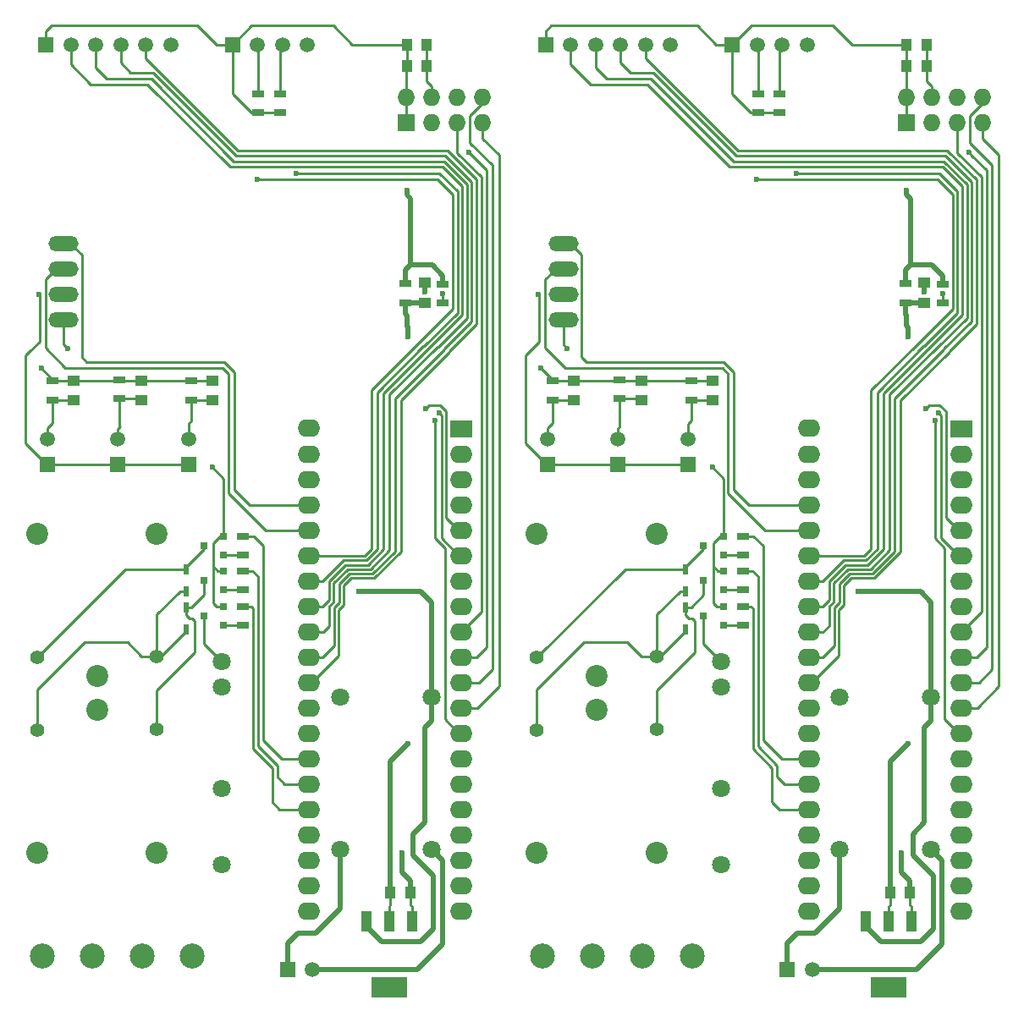
<source format=gtl>
G04 #@! TF.FileFunction,Copper,L1,Top,Signal*
%FSLAX46Y46*%
G04 Gerber Fmt 4.6, Leading zero omitted, Abs format (unit mm)*
G04 Created by KiCad (PCBNEW 4.0.2-stable) date 12/2/2017 12:12:33 PM*
%MOMM*%
G01*
G04 APERTURE LIST*
%ADD10C,0.100000*%
%ADD11R,2.250000X1.727200*%
%ADD12O,2.250000X1.727200*%
%ADD13O,3.000000X1.500000*%
%ADD14R,0.800100X0.800100*%
%ADD15R,0.599440X1.000760*%
%ADD16C,2.200000*%
%ADD17C,1.400000*%
%ADD18R,1.300000X0.700000*%
%ADD19R,1.727200X1.727200*%
%ADD20O,1.727200X1.727200*%
%ADD21R,1.000000X1.250000*%
%ADD22R,1.250000X1.000000*%
%ADD23R,3.657600X2.032000*%
%ADD24R,1.016000X2.032000*%
%ADD25C,2.500000*%
%ADD26C,1.800000*%
%ADD27R,1.500000X1.500000*%
%ADD28C,1.500000*%
%ADD29C,0.600000*%
%ADD30C,0.250000*%
%ADD31C,0.500000*%
G04 APERTURE END LIST*
D10*
D11*
X169900000Y-82649200D03*
D12*
X169900000Y-85189200D03*
X169900000Y-87729200D03*
X169900000Y-90269200D03*
X169900000Y-92809200D03*
X169900000Y-95349200D03*
X169900000Y-97889200D03*
X169900000Y-100429200D03*
X169900000Y-102969200D03*
X169900000Y-105509200D03*
X169900000Y-108049200D03*
X169900000Y-110589200D03*
X169900000Y-113129200D03*
X169900000Y-115669200D03*
X169900000Y-118209200D03*
X169900000Y-120749200D03*
X169900000Y-123289200D03*
X169900000Y-125829200D03*
X169900000Y-128369200D03*
X169900000Y-130909200D03*
X154660000Y-130909200D03*
X154660000Y-128369200D03*
X154660000Y-125829200D03*
X154660000Y-123289200D03*
X154660000Y-120749200D03*
X154660000Y-118209200D03*
X154660000Y-115669200D03*
X154660000Y-113129200D03*
X154660000Y-110589200D03*
X154660000Y-108049200D03*
X154660000Y-105509200D03*
X154660000Y-102969200D03*
X154660000Y-100429200D03*
X154660000Y-97889200D03*
X154660000Y-95349200D03*
X154660000Y-92809200D03*
X154660000Y-90269200D03*
X154660000Y-87729200D03*
X154660000Y-85189200D03*
X154660000Y-82598400D03*
D13*
X130100000Y-71700000D03*
X130100000Y-69160000D03*
X130100000Y-66620000D03*
X130100000Y-64080000D03*
D14*
X146123760Y-102296000D03*
X146123760Y-100396000D03*
X144124780Y-101346000D03*
D15*
X142329000Y-96690180D03*
X142329000Y-98889820D03*
D16*
X139439000Y-93114000D03*
X127439000Y-93114000D03*
D17*
X127439000Y-105514000D03*
X139439000Y-105414000D03*
D16*
X133439000Y-107414000D03*
D15*
X142329000Y-100500180D03*
X142329000Y-102699820D03*
D14*
X146123760Y-95311000D03*
X146123760Y-93411000D03*
X144124780Y-94361000D03*
D18*
X148044000Y-102296000D03*
X148044000Y-100396000D03*
X148044000Y-95311000D03*
X148044000Y-93411000D03*
D14*
X146123760Y-98740000D03*
X146123760Y-96840000D03*
X144124780Y-97790000D03*
D18*
X148044000Y-98740000D03*
X148044000Y-96840000D03*
X164325400Y-68122800D03*
X164325400Y-70022800D03*
D19*
X164396000Y-52011000D03*
D20*
X164396000Y-49471000D03*
X166936000Y-52011000D03*
X166936000Y-49471000D03*
X169476000Y-52011000D03*
X169476000Y-49471000D03*
X172016000Y-52011000D03*
X172016000Y-49471000D03*
D21*
X164443000Y-44196000D03*
X166443000Y-44196000D03*
D18*
X168033800Y-68178600D03*
X168033800Y-70078600D03*
D22*
X166205000Y-70027800D03*
X166205000Y-68027800D03*
D23*
X162649000Y-138557000D03*
D24*
X162649000Y-131953000D03*
X160363000Y-131953000D03*
X164935000Y-131953000D03*
D25*
X127971000Y-135382000D03*
X132971000Y-135382000D03*
X142971000Y-135382000D03*
X137971000Y-135382000D03*
D21*
X162792000Y-129032000D03*
X164792000Y-129032000D03*
D16*
X127439000Y-125072000D03*
X139439000Y-125072000D03*
D17*
X139439000Y-112672000D03*
X127439000Y-112772000D03*
D16*
X133439000Y-110772000D03*
D26*
X145885000Y-105918000D03*
X145885000Y-108458000D03*
X145885000Y-126238000D03*
X145885000Y-118618000D03*
D27*
X152489000Y-136779000D03*
D28*
X154989000Y-136779000D03*
D26*
X166890800Y-124739400D03*
X157746800Y-124739400D03*
X157746800Y-109499400D03*
X166890800Y-109499400D03*
D18*
X129000000Y-79750000D03*
X129000000Y-77850000D03*
D27*
X128500000Y-86200000D03*
D28*
X128500000Y-83700000D03*
D22*
X131100000Y-79800000D03*
X131100000Y-77800000D03*
D18*
X135700000Y-79650000D03*
X135700000Y-77750000D03*
X142900000Y-79750000D03*
X142900000Y-77850000D03*
D27*
X142600000Y-86200000D03*
D28*
X142600000Y-83700000D03*
D22*
X145000000Y-79800000D03*
X145000000Y-77800000D03*
X137900000Y-79800000D03*
X137900000Y-77800000D03*
D27*
X135500000Y-86200000D03*
D28*
X135500000Y-83700000D03*
D18*
X151727000Y-50988000D03*
X151727000Y-49088000D03*
D27*
X128312000Y-44196000D03*
D28*
X130812000Y-44196000D03*
X133312000Y-44196000D03*
X135812000Y-44196000D03*
X138312000Y-44196000D03*
X140812000Y-44196000D03*
D21*
X164443000Y-46355000D03*
X166443000Y-46355000D03*
D18*
X149568000Y-50988000D03*
X149568000Y-49088000D03*
D27*
X147000000Y-44200000D03*
D28*
X149500000Y-44200000D03*
X152000000Y-44200000D03*
X154500000Y-44200000D03*
D21*
X114443000Y-44196000D03*
X116443000Y-44196000D03*
X114443000Y-46355000D03*
X116443000Y-46355000D03*
D22*
X81100000Y-79800000D03*
X81100000Y-77800000D03*
X87900000Y-79800000D03*
X87900000Y-77800000D03*
X95000000Y-79800000D03*
X95000000Y-77800000D03*
D16*
X77439000Y-125072000D03*
X89439000Y-125072000D03*
D17*
X89439000Y-112672000D03*
X77439000Y-112772000D03*
D16*
X83439000Y-110772000D03*
X89439000Y-93114000D03*
X77439000Y-93114000D03*
D17*
X77439000Y-105514000D03*
X89439000Y-105414000D03*
D16*
X83439000Y-107414000D03*
D27*
X102489000Y-136779000D03*
D28*
X104989000Y-136779000D03*
D27*
X97000000Y-44200000D03*
D28*
X99500000Y-44200000D03*
X102000000Y-44200000D03*
X104500000Y-44200000D03*
D25*
X77971000Y-135382000D03*
X82971000Y-135382000D03*
X92971000Y-135382000D03*
X87971000Y-135382000D03*
D27*
X78312000Y-44196000D03*
D28*
X80812000Y-44196000D03*
X83312000Y-44196000D03*
X85812000Y-44196000D03*
X88312000Y-44196000D03*
X90812000Y-44196000D03*
D27*
X78500000Y-86200000D03*
D28*
X78500000Y-83700000D03*
D27*
X85500000Y-86200000D03*
D28*
X85500000Y-83700000D03*
D27*
X92600000Y-86200000D03*
D28*
X92600000Y-83700000D03*
D14*
X96123760Y-102296000D03*
X96123760Y-100396000D03*
X94124780Y-101346000D03*
X96123760Y-98740000D03*
X96123760Y-96840000D03*
X94124780Y-97790000D03*
X96123760Y-95311000D03*
X96123760Y-93411000D03*
X94124780Y-94361000D03*
D18*
X99568000Y-50988000D03*
X99568000Y-49088000D03*
X101727000Y-50988000D03*
X101727000Y-49088000D03*
X79000000Y-79750000D03*
X79000000Y-77850000D03*
X85700000Y-79650000D03*
X85700000Y-77750000D03*
X92900000Y-79750000D03*
X92900000Y-77850000D03*
X98044000Y-102296000D03*
X98044000Y-100396000D03*
X98044000Y-98740000D03*
X98044000Y-96840000D03*
X98044000Y-95311000D03*
X98044000Y-93411000D03*
D26*
X95885000Y-105918000D03*
X95885000Y-108458000D03*
X95885000Y-126238000D03*
X95885000Y-118618000D03*
X116890800Y-124739400D03*
X107746800Y-124739400D03*
X107746800Y-109499400D03*
X116890800Y-109499400D03*
D19*
X114396000Y-52011000D03*
D20*
X114396000Y-49471000D03*
X116936000Y-52011000D03*
X116936000Y-49471000D03*
X119476000Y-52011000D03*
X119476000Y-49471000D03*
X122016000Y-52011000D03*
X122016000Y-49471000D03*
D21*
X112792000Y-129032000D03*
X114792000Y-129032000D03*
D23*
X112649000Y-138557000D03*
D24*
X112649000Y-131953000D03*
X110363000Y-131953000D03*
X114935000Y-131953000D03*
D15*
X92329000Y-96690180D03*
X92329000Y-98889820D03*
X92329000Y-100500180D03*
X92329000Y-102699820D03*
D22*
X116205000Y-70027800D03*
X116205000Y-68027800D03*
D18*
X118033800Y-68178600D03*
X118033800Y-70078600D03*
X114325400Y-68122800D03*
X114325400Y-70022800D03*
D13*
X80100000Y-71700000D03*
X80100000Y-69160000D03*
X80100000Y-66620000D03*
X80100000Y-64080000D03*
D11*
X119900000Y-82649200D03*
D12*
X119900000Y-85189200D03*
X119900000Y-87729200D03*
X119900000Y-90269200D03*
X119900000Y-92809200D03*
X119900000Y-95349200D03*
X119900000Y-97889200D03*
X119900000Y-100429200D03*
X119900000Y-102969200D03*
X119900000Y-105509200D03*
X119900000Y-108049200D03*
X119900000Y-110589200D03*
X119900000Y-113129200D03*
X119900000Y-115669200D03*
X119900000Y-118209200D03*
X119900000Y-120749200D03*
X119900000Y-123289200D03*
X119900000Y-125829200D03*
X119900000Y-128369200D03*
X119900000Y-130909200D03*
X104660000Y-130909200D03*
X104660000Y-128369200D03*
X104660000Y-125829200D03*
X104660000Y-123289200D03*
X104660000Y-120749200D03*
X104660000Y-118209200D03*
X104660000Y-115669200D03*
X104660000Y-113129200D03*
X104660000Y-110589200D03*
X104660000Y-108049200D03*
X104660000Y-105509200D03*
X104660000Y-102969200D03*
X104660000Y-100429200D03*
X104660000Y-97889200D03*
X104660000Y-95349200D03*
X104660000Y-92809200D03*
X104660000Y-90269200D03*
X104660000Y-87729200D03*
X104660000Y-85189200D03*
X104660000Y-82598400D03*
D29*
X127600000Y-69200000D03*
X164554000Y-114173000D03*
X164808000Y-66268600D03*
X164427000Y-58801000D03*
X77600000Y-69200000D03*
X114808000Y-66268600D03*
X114554000Y-114173000D03*
X114427000Y-58801000D03*
X127851000Y-76581000D03*
X130500000Y-74600000D03*
X163919000Y-125095000D03*
X145000000Y-86500000D03*
X166205000Y-68961000D03*
X80500000Y-74600000D03*
X116205000Y-68961000D03*
X113919000Y-125095000D03*
X77851000Y-76581000D03*
X95000000Y-86500000D03*
X166357400Y-80594200D03*
X116357400Y-80594200D03*
X167652800Y-81051400D03*
X117652800Y-81051400D03*
X167263140Y-81826302D03*
X117263140Y-81826302D03*
X159601000Y-98933000D03*
X109601000Y-98933000D03*
X168033800Y-69088000D03*
X118033800Y-69088000D03*
X149466400Y-57696100D03*
X99466400Y-57696100D03*
X153365300Y-57061100D03*
X103365300Y-57061100D03*
X170650000Y-54991000D03*
X120650000Y-54991000D03*
X164554000Y-73456800D03*
X114554000Y-73456800D03*
D30*
X170354600Y-82194600D02*
X169900000Y-82649200D01*
X162649000Y-130429000D02*
X162649000Y-131953000D01*
X162792000Y-130286000D02*
X162649000Y-130429000D01*
X162792000Y-129032000D02*
X162792000Y-130286000D01*
D31*
X162792000Y-129032000D02*
X162792000Y-115935000D01*
X162792000Y-115935000D02*
X164554000Y-114173000D01*
D30*
X135500000Y-86200000D02*
X142600000Y-86200000D01*
X128500000Y-86200000D02*
X135500000Y-86200000D01*
X128500000Y-86200000D02*
X128414900Y-86200000D01*
X148909000Y-42291000D02*
X147000000Y-44200000D01*
X145381000Y-44200000D02*
X143472000Y-42291000D01*
X147000000Y-44200000D02*
X145381000Y-44200000D01*
X147000000Y-49121000D02*
X147000000Y-44200000D01*
X143472000Y-42291000D02*
X128867000Y-42291000D01*
X128312000Y-42846000D02*
X128312000Y-44196000D01*
X128867000Y-42291000D02*
X128312000Y-42846000D01*
X164443000Y-44196000D02*
X158966000Y-44196000D01*
X164443000Y-46355000D02*
X164443000Y-44196000D01*
X164396000Y-46402000D02*
X164443000Y-46355000D01*
X158966000Y-44196000D02*
X157061000Y-42291000D01*
X157061000Y-42291000D02*
X148909000Y-42291000D01*
X148867000Y-50988000D02*
X147000000Y-49121000D01*
X149568000Y-50988000D02*
X148867000Y-50988000D01*
X149568000Y-50988000D02*
X151727000Y-50988000D01*
X164396000Y-49471000D02*
X164396000Y-52011000D01*
X164396000Y-49471000D02*
X164396000Y-46402000D01*
X128414900Y-86200000D02*
X126301600Y-84086700D01*
X126301600Y-84086700D02*
X126301600Y-75300000D01*
X127700000Y-73900000D02*
X127700000Y-69300000D01*
X127700000Y-69300000D02*
X127600000Y-69200000D01*
X126700000Y-74900000D02*
X126700000Y-74901600D01*
X126700000Y-74901600D02*
X126301600Y-75300000D01*
X126700000Y-74900000D02*
X127700000Y-73900000D01*
D31*
X164427000Y-59225264D02*
X164808000Y-59606264D01*
X164808000Y-59606264D02*
X164808000Y-66167000D01*
X164427000Y-58801000D02*
X164427000Y-59225264D01*
X164808000Y-66167000D02*
X164808000Y-66294000D01*
X164325400Y-66751200D02*
X164325400Y-68122800D01*
X165232264Y-66268600D02*
X164808000Y-66268600D01*
X164808000Y-66268600D02*
X164325400Y-66751200D01*
X166973800Y-66268600D02*
X165232264Y-66268600D01*
X168033800Y-67328600D02*
X166973800Y-66268600D01*
X168033800Y-68178600D02*
X168033800Y-67328600D01*
D30*
X76700000Y-74900000D02*
X77700000Y-73900000D01*
X76301600Y-84086700D02*
X76301600Y-75300000D01*
X76700000Y-74900000D02*
X76700000Y-74901600D01*
X76700000Y-74901600D02*
X76301600Y-75300000D01*
X77700000Y-69300000D02*
X77600000Y-69200000D01*
X77700000Y-73900000D02*
X77700000Y-69300000D01*
D31*
X118033800Y-68178600D02*
X118033800Y-67328600D01*
X118033800Y-67328600D02*
X116973800Y-66268600D01*
X116973800Y-66268600D02*
X115232264Y-66268600D01*
X115232264Y-66268600D02*
X114808000Y-66268600D01*
X114808000Y-66268600D02*
X114325400Y-66751200D01*
X114325400Y-66751200D02*
X114325400Y-68122800D01*
D30*
X120354600Y-82194600D02*
X119900000Y-82649200D01*
D31*
X114808000Y-66167000D02*
X114808000Y-66294000D01*
X114808000Y-59606264D02*
X114808000Y-66167000D01*
X114427000Y-58801000D02*
X114427000Y-59225264D01*
X114427000Y-59225264D02*
X114808000Y-59606264D01*
X112792000Y-129032000D02*
X112792000Y-115935000D01*
X112792000Y-115935000D02*
X114554000Y-114173000D01*
D30*
X112792000Y-129032000D02*
X112792000Y-130286000D01*
X112649000Y-130429000D02*
X112649000Y-131953000D01*
X112792000Y-130286000D02*
X112649000Y-130429000D01*
X78500000Y-86200000D02*
X78414900Y-86200000D01*
X78414900Y-86200000D02*
X76301600Y-84086700D01*
X97000000Y-44200000D02*
X95381000Y-44200000D01*
X78312000Y-42846000D02*
X78312000Y-44196000D01*
X78867000Y-42291000D02*
X78312000Y-42846000D01*
X93472000Y-42291000D02*
X78867000Y-42291000D01*
X95381000Y-44200000D02*
X93472000Y-42291000D01*
X99568000Y-50988000D02*
X98867000Y-50988000D01*
X97000000Y-49121000D02*
X97000000Y-44200000D01*
X98867000Y-50988000D02*
X97000000Y-49121000D01*
X114443000Y-44196000D02*
X108966000Y-44196000D01*
X108966000Y-44196000D02*
X107061000Y-42291000D01*
X107061000Y-42291000D02*
X98909000Y-42291000D01*
X98909000Y-42291000D02*
X97000000Y-44200000D01*
X114443000Y-46355000D02*
X114443000Y-44196000D01*
X114396000Y-49471000D02*
X114396000Y-46402000D01*
X114396000Y-46402000D02*
X114443000Y-46355000D01*
X114396000Y-49471000D02*
X114396000Y-52011000D01*
X99568000Y-50988000D02*
X101727000Y-50988000D01*
X85500000Y-86200000D02*
X92600000Y-86200000D01*
X78500000Y-86200000D02*
X85500000Y-86200000D01*
X145112840Y-100076000D02*
X145432840Y-100396000D01*
X146123760Y-96840000D02*
X145534440Y-96840000D01*
X145112840Y-96367600D02*
X145112840Y-100076000D01*
X145534440Y-96840000D02*
X145097600Y-96403160D01*
X145097600Y-96367600D02*
X145112840Y-96367600D01*
X145097600Y-96403160D02*
X145097600Y-96367600D01*
X145432840Y-100396000D02*
X146123760Y-100396000D01*
X164935000Y-130429000D02*
X164935000Y-131953000D01*
X164792000Y-130286000D02*
X164935000Y-130429000D01*
X164792000Y-129032000D02*
X164792000Y-130286000D01*
D31*
X164792000Y-127907000D02*
X163919000Y-127034000D01*
X163919000Y-127034000D02*
X163919000Y-125095000D01*
X164792000Y-129032000D02*
X164792000Y-127907000D01*
D30*
X145112840Y-94061280D02*
X145112840Y-96367600D01*
X146123760Y-93411000D02*
X146123760Y-87623760D01*
X146123760Y-87623760D02*
X145000000Y-86500000D01*
X145763120Y-93411000D02*
X145112840Y-94061280D01*
X146123760Y-93411000D02*
X145763120Y-93411000D01*
X166443000Y-44196000D02*
X166443000Y-46355000D01*
X166936000Y-48356000D02*
X166443000Y-47863000D01*
X166443000Y-47863000D02*
X166443000Y-46355000D01*
X166936000Y-49471000D02*
X166936000Y-48356000D01*
X142900000Y-77850000D02*
X137950000Y-77850000D01*
X137950000Y-77850000D02*
X137900000Y-77800000D01*
X137900000Y-77800000D02*
X135750000Y-77800000D01*
X145000000Y-77800000D02*
X142950000Y-77800000D01*
X142950000Y-77800000D02*
X142900000Y-77850000D01*
X129000000Y-77730000D02*
X127851000Y-76581000D01*
X131100000Y-77800000D02*
X129050000Y-77800000D01*
X129000000Y-77850000D02*
X129000000Y-77730000D01*
X129050000Y-77800000D02*
X129000000Y-77850000D01*
X130100000Y-71700000D02*
X130100000Y-74200000D01*
X130100000Y-74200000D02*
X130500000Y-74600000D01*
X135650000Y-77800000D02*
X135700000Y-77750000D01*
X131100000Y-77800000D02*
X135650000Y-77800000D01*
X135750000Y-77800000D02*
X135700000Y-77750000D01*
D31*
X166205000Y-68027800D02*
X166205000Y-68961000D01*
D30*
X80100000Y-74200000D02*
X80500000Y-74600000D01*
X80100000Y-71700000D02*
X80100000Y-74200000D01*
D31*
X116205000Y-68027800D02*
X116205000Y-68961000D01*
X113919000Y-127034000D02*
X113919000Y-125095000D01*
X114792000Y-129032000D02*
X114792000Y-127907000D01*
X114792000Y-127907000D02*
X113919000Y-127034000D01*
D30*
X114792000Y-129032000D02*
X114792000Y-130286000D01*
X114935000Y-130429000D02*
X114935000Y-131953000D01*
X114792000Y-130286000D02*
X114935000Y-130429000D01*
X79000000Y-77850000D02*
X79000000Y-77730000D01*
X79000000Y-77730000D02*
X77851000Y-76581000D01*
X96123760Y-93411000D02*
X96123760Y-87623760D01*
X96123760Y-87623760D02*
X95000000Y-86500000D01*
X96123760Y-96840000D02*
X95534440Y-96840000D01*
X95097600Y-96367600D02*
X95112840Y-96367600D01*
X95097600Y-96403160D02*
X95097600Y-96367600D01*
X95534440Y-96840000D02*
X95097600Y-96403160D01*
X96123760Y-93411000D02*
X95763120Y-93411000D01*
X95763120Y-93411000D02*
X95112840Y-94061280D01*
X95112840Y-94061280D02*
X95112840Y-96367600D01*
X95112840Y-96367600D02*
X95112840Y-100076000D01*
X95112840Y-100076000D02*
X95432840Y-100396000D01*
X95432840Y-100396000D02*
X96123760Y-100396000D01*
X92900000Y-77850000D02*
X87950000Y-77850000D01*
X87950000Y-77850000D02*
X87900000Y-77800000D01*
X81100000Y-77800000D02*
X85650000Y-77800000D01*
X85650000Y-77800000D02*
X85700000Y-77750000D01*
X116936000Y-49471000D02*
X116936000Y-48356000D01*
X116443000Y-47863000D02*
X116443000Y-46355000D01*
X116936000Y-48356000D02*
X116443000Y-47863000D01*
X116443000Y-44196000D02*
X116443000Y-46355000D01*
X81100000Y-77800000D02*
X79050000Y-77800000D01*
X79050000Y-77800000D02*
X79000000Y-77850000D01*
X87900000Y-77800000D02*
X85750000Y-77800000D01*
X85750000Y-77800000D02*
X85700000Y-77750000D01*
X95000000Y-77800000D02*
X92950000Y-77800000D01*
X92950000Y-77800000D02*
X92900000Y-77850000D01*
X167754400Y-80264000D02*
X166687600Y-80264000D01*
X168359512Y-81330800D02*
X168359512Y-80869112D01*
X166687600Y-80264000D02*
X166357400Y-80594200D01*
X168359512Y-80869112D02*
X167754400Y-80264000D01*
X169638600Y-92809200D02*
X169900000Y-92809200D01*
X168359512Y-91530112D02*
X169638600Y-92809200D01*
X168359512Y-81330800D02*
X168359512Y-91530112D01*
X129000000Y-79750000D02*
X131050000Y-79750000D01*
X131050000Y-79750000D02*
X131100000Y-79800000D01*
X128500000Y-82536000D02*
X128500000Y-83700000D01*
X129000000Y-82036000D02*
X128500000Y-82536000D01*
X129000000Y-79750000D02*
X129000000Y-82036000D01*
X118359512Y-81330800D02*
X118359512Y-80869112D01*
X118359512Y-80869112D02*
X117754400Y-80264000D01*
X117754400Y-80264000D02*
X116687600Y-80264000D01*
X116687600Y-80264000D02*
X116357400Y-80594200D01*
X118359512Y-81330800D02*
X118359512Y-91530112D01*
X119638600Y-92809200D02*
X119900000Y-92809200D01*
X118359512Y-91530112D02*
X119638600Y-92809200D01*
X79000000Y-79750000D02*
X81050000Y-79750000D01*
X81050000Y-79750000D02*
X81100000Y-79800000D01*
X79000000Y-82036000D02*
X78500000Y-82536000D01*
X78500000Y-82536000D02*
X78500000Y-83700000D01*
X79000000Y-79750000D02*
X79000000Y-82036000D01*
X167909501Y-81308101D02*
X167652800Y-81051400D01*
X167909501Y-81762600D02*
X167909501Y-81308101D01*
X169638600Y-95349200D02*
X167909501Y-93620101D01*
X169900000Y-95349200D02*
X169638600Y-95349200D01*
X167909501Y-93620101D02*
X167909501Y-81762600D01*
X137750000Y-79650000D02*
X137900000Y-79800000D01*
X135500000Y-82639340D02*
X135725000Y-82414340D01*
X135500000Y-83700000D02*
X135500000Y-82639340D01*
X135725000Y-82414340D02*
X135700000Y-82389340D01*
X135700000Y-82389340D02*
X135700000Y-79650000D01*
X135700000Y-79650000D02*
X137750000Y-79650000D01*
X117909501Y-93620101D02*
X117909501Y-81762600D01*
X117909501Y-81762600D02*
X117909501Y-81308101D01*
X117909501Y-81308101D02*
X117652800Y-81051400D01*
X119638600Y-95349200D02*
X117909501Y-93620101D01*
X119900000Y-95349200D02*
X119638600Y-95349200D01*
X85725000Y-82414340D02*
X85700000Y-82389340D01*
X85700000Y-82389340D02*
X85700000Y-79650000D01*
X85500000Y-83700000D02*
X85500000Y-82639340D01*
X85500000Y-82639340D02*
X85725000Y-82414340D01*
X85700000Y-79650000D02*
X87750000Y-79650000D01*
X87750000Y-79650000D02*
X87900000Y-79800000D01*
X167263140Y-82250566D02*
X167263140Y-81826302D01*
X167263140Y-93610150D02*
X167263140Y-82250566D01*
X168237000Y-94584010D02*
X167263140Y-93610150D01*
X168237000Y-111727600D02*
X168237000Y-94584010D01*
X169900000Y-113129200D02*
X169638600Y-113129200D01*
X169638600Y-113129200D02*
X168237000Y-111727600D01*
X142900000Y-81852000D02*
X142900000Y-79750000D01*
X142600000Y-82152000D02*
X142900000Y-81852000D01*
X142900000Y-79750000D02*
X144950000Y-79750000D01*
X144950000Y-79750000D02*
X145000000Y-79800000D01*
X142600000Y-83700000D02*
X142600000Y-82152000D01*
X117263140Y-82250566D02*
X117263140Y-81826302D01*
X117263140Y-93610150D02*
X117263140Y-82250566D01*
X118237000Y-111727600D02*
X118237000Y-94584010D01*
X119638600Y-113129200D02*
X118237000Y-111727600D01*
X119900000Y-113129200D02*
X119638600Y-113129200D01*
X118237000Y-94584010D02*
X117263140Y-93610150D01*
X92900000Y-79750000D02*
X94950000Y-79750000D01*
X94950000Y-79750000D02*
X95000000Y-79800000D01*
X92600000Y-82152000D02*
X92900000Y-81852000D01*
X92900000Y-81852000D02*
X92900000Y-79750000D01*
X92600000Y-83700000D02*
X92600000Y-82152000D01*
X142678440Y-101600000D02*
X142964000Y-101600000D01*
X142964000Y-101600000D02*
X143218000Y-101854000D01*
X143218000Y-101854000D02*
X143218000Y-105029000D01*
X144124780Y-98440050D02*
X144124780Y-97790000D01*
X142329000Y-101250560D02*
X142678440Y-101600000D01*
X142878720Y-100500180D02*
X144124780Y-99254120D01*
X144124780Y-99254120D02*
X144124780Y-98440050D01*
X142329000Y-100500180D02*
X142329000Y-101250560D01*
X142329000Y-100500180D02*
X142878720Y-100500180D01*
X139439000Y-108808000D02*
X139439000Y-112672000D01*
X143218000Y-105029000D02*
X139439000Y-108808000D01*
X92329000Y-100500180D02*
X92329000Y-101250560D01*
X92329000Y-101250560D02*
X92678440Y-101600000D01*
X92678440Y-101600000D02*
X92964000Y-101600000D01*
X92964000Y-101600000D02*
X93218000Y-101854000D01*
X93218000Y-105029000D02*
X89439000Y-108808000D01*
X93218000Y-101854000D02*
X93218000Y-105029000D01*
X89439000Y-108808000D02*
X89439000Y-112672000D01*
X92329000Y-100500180D02*
X92878720Y-100500180D01*
X94124780Y-99254120D02*
X94124780Y-98440050D01*
X92878720Y-100500180D02*
X94124780Y-99254120D01*
X94124780Y-98440050D02*
X94124780Y-97790000D01*
D31*
X166890800Y-99999800D02*
X166890800Y-102870000D01*
X166890800Y-102870000D02*
X166890800Y-109499400D01*
X165824000Y-98933000D02*
X166890800Y-99999800D01*
X166890800Y-111836200D02*
X166205000Y-112522000D01*
X166890800Y-109499400D02*
X166890800Y-111836200D01*
X159601000Y-98933000D02*
X165824000Y-98933000D01*
D30*
X142329000Y-102699820D02*
X142329000Y-102900480D01*
D31*
X160363000Y-131953000D02*
X160363000Y-132461000D01*
X160363000Y-132461000D02*
X161887000Y-133985000D01*
X161887000Y-133985000D02*
X165824000Y-133985000D01*
X165824000Y-133985000D02*
X167094000Y-132715000D01*
X167094000Y-132715000D02*
X167094000Y-127381000D01*
X165062000Y-123190000D02*
X166205000Y-122047000D01*
X167094000Y-127381000D02*
X165062000Y-125349000D01*
X166205000Y-112522000D02*
X166205000Y-122047000D01*
X165062000Y-125349000D02*
X165062000Y-123190000D01*
D30*
X139439000Y-104424051D02*
X139439000Y-105414000D01*
X139815480Y-105414000D02*
X139439000Y-105414000D01*
X142329000Y-102900480D02*
X139815480Y-105414000D01*
X139439000Y-105414000D02*
X137888000Y-105414000D01*
X137888000Y-105414000D02*
X136487000Y-104013000D01*
X127439000Y-108743000D02*
X127439000Y-112772000D01*
X132169000Y-104013000D02*
X127439000Y-108743000D01*
X136487000Y-104013000D02*
X132169000Y-104013000D01*
X142329000Y-98889820D02*
X141779280Y-98889820D01*
X141779280Y-98889820D02*
X139439000Y-101230100D01*
X139439000Y-101230100D02*
X139439000Y-104424051D01*
D31*
X115062000Y-123190000D02*
X116205000Y-122047000D01*
X116205000Y-112522000D02*
X116205000Y-122047000D01*
X116890800Y-111836200D02*
X116205000Y-112522000D01*
X116890800Y-109499400D02*
X116890800Y-111836200D01*
X110363000Y-131953000D02*
X110363000Y-132461000D01*
X110363000Y-132461000D02*
X111887000Y-133985000D01*
X111887000Y-133985000D02*
X115824000Y-133985000D01*
X117094000Y-132715000D02*
X117094000Y-127381000D01*
X115824000Y-133985000D02*
X117094000Y-132715000D01*
X117094000Y-127381000D02*
X115062000Y-125349000D01*
X115062000Y-125349000D02*
X115062000Y-123190000D01*
X109601000Y-98933000D02*
X115824000Y-98933000D01*
X115824000Y-98933000D02*
X116890800Y-99999800D01*
X116890800Y-102870000D02*
X116890800Y-109499400D01*
X116890800Y-99999800D02*
X116890800Y-102870000D01*
D30*
X82169000Y-104013000D02*
X77439000Y-108743000D01*
X89439000Y-105414000D02*
X87888000Y-105414000D01*
X87888000Y-105414000D02*
X86487000Y-104013000D01*
X86487000Y-104013000D02*
X82169000Y-104013000D01*
X77439000Y-108743000D02*
X77439000Y-112772000D01*
X92329000Y-98889820D02*
X91779280Y-98889820D01*
X89439000Y-104424051D02*
X89439000Y-105414000D01*
X89439000Y-101230100D02*
X89439000Y-104424051D01*
X91779280Y-98889820D02*
X89439000Y-101230100D01*
X92329000Y-102699820D02*
X92329000Y-102900480D01*
X92329000Y-102900480D02*
X89815480Y-105414000D01*
X89815480Y-105414000D02*
X89439000Y-105414000D01*
X142329000Y-96690180D02*
X142329000Y-96489520D01*
X142329000Y-96489520D02*
X144124780Y-94693740D01*
X144124780Y-94693740D02*
X144124780Y-94361000D01*
X136262820Y-96690180D02*
X127439000Y-105514000D01*
X142329000Y-96690180D02*
X136262820Y-96690180D01*
X92329000Y-96690180D02*
X92329000Y-96489520D01*
X92329000Y-96489520D02*
X94124780Y-94693740D01*
X94124780Y-94693740D02*
X94124780Y-94361000D01*
X92329000Y-96690180D02*
X86262820Y-96690180D01*
X86262820Y-96690180D02*
X77439000Y-105514000D01*
D31*
X157746800Y-124739400D02*
X157746800Y-130632200D01*
X152489000Y-134112000D02*
X152489000Y-136779000D01*
X153505000Y-133096000D02*
X152489000Y-134112000D01*
X157746800Y-130632200D02*
X155283000Y-133096000D01*
X155283000Y-133096000D02*
X153505000Y-133096000D01*
X103505000Y-133096000D02*
X102489000Y-134112000D01*
X102489000Y-134112000D02*
X102489000Y-136779000D01*
X105283000Y-133096000D02*
X103505000Y-133096000D01*
X107746800Y-130632200D02*
X105283000Y-133096000D01*
X107746800Y-124739400D02*
X107746800Y-130632200D01*
X154989000Y-136779000D02*
X165443000Y-136779000D01*
X167983000Y-134239000D02*
X167983000Y-125831600D01*
X165443000Y-136779000D02*
X167983000Y-134239000D01*
X167983000Y-125831600D02*
X166890800Y-124739400D01*
X117983000Y-134239000D02*
X117983000Y-125831600D01*
X117983000Y-125831600D02*
X116890800Y-124739400D01*
X115443000Y-136779000D02*
X117983000Y-134239000D01*
X104989000Y-136779000D02*
X115443000Y-136779000D01*
D30*
X154660000Y-90269200D02*
X148702000Y-90269200D01*
X148702000Y-90269200D02*
X147167700Y-88734900D01*
X130100000Y-64080000D02*
X130780000Y-64080000D01*
X130780000Y-64080000D02*
X131925010Y-65225010D01*
X146164400Y-75958700D02*
X132400000Y-75958700D01*
X147167700Y-76962000D02*
X146164400Y-75958700D01*
X147167700Y-88734900D02*
X147167700Y-76962000D01*
X131925010Y-65225010D02*
X131925010Y-75483710D01*
X131925010Y-75483710D02*
X132400000Y-75958700D01*
X96164400Y-75958700D02*
X82400000Y-75958700D01*
X80100000Y-64080000D02*
X80780000Y-64080000D01*
X80780000Y-64080000D02*
X81925010Y-65225010D01*
X81925010Y-65225010D02*
X81925010Y-75483710D01*
X81925010Y-75483710D02*
X82400000Y-75958700D01*
X104660000Y-90269200D02*
X98702000Y-90269200D01*
X97167700Y-76962000D02*
X96164400Y-75958700D01*
X97167700Y-88734900D02*
X97167700Y-76962000D01*
X98702000Y-90269200D02*
X97167700Y-88734900D01*
X154660000Y-92809200D02*
X150314900Y-92809200D01*
X150314900Y-92809200D02*
X146583500Y-89077800D01*
X129350000Y-66620000D02*
X130100000Y-66620000D01*
X128274990Y-67695010D02*
X129350000Y-66620000D01*
X146037400Y-76568300D02*
X130276700Y-76568300D01*
X146583500Y-77114400D02*
X146037400Y-76568300D01*
X146583500Y-89077800D02*
X146583500Y-77114400D01*
X128274990Y-74566590D02*
X128274990Y-67695010D01*
X130276700Y-76568300D02*
X128274990Y-74566590D01*
X104660000Y-92809200D02*
X100314900Y-92809200D01*
X100314900Y-92809200D02*
X96583500Y-89077800D01*
X96037400Y-76568300D02*
X80276700Y-76568300D01*
X79350000Y-66620000D02*
X80100000Y-66620000D01*
X96583500Y-89077800D02*
X96583500Y-77114400D01*
X96583500Y-77114400D02*
X96037400Y-76568300D01*
X78274990Y-67695010D02*
X79350000Y-66620000D01*
X80276700Y-76568300D02*
X78274990Y-74566590D01*
X78274990Y-74566590D02*
X78274990Y-67695010D01*
X168033800Y-69088000D02*
X168033800Y-70078600D01*
X118033800Y-69088000D02*
X118033800Y-70078600D01*
X160187600Y-95349200D02*
X160896400Y-94640400D01*
X154660000Y-95349200D02*
X160187600Y-95349200D01*
X149568000Y-44268000D02*
X149500000Y-44200000D01*
X149568000Y-49088000D02*
X149568000Y-44268000D01*
X167538500Y-57696100D02*
X164528600Y-57696100D01*
X164528600Y-57696100D02*
X149466400Y-57696100D01*
X169049800Y-70612000D02*
X169049800Y-59207400D01*
X160896400Y-94640400D02*
X160896400Y-78778100D01*
X169049800Y-59207400D02*
X167538500Y-57696100D01*
X160896400Y-78778100D02*
X165506500Y-74168000D01*
X165506500Y-74155300D02*
X169049800Y-70612000D01*
X165506500Y-74168000D02*
X165506500Y-74155300D01*
X119049800Y-59207400D02*
X117538500Y-57696100D01*
X117538500Y-57696100D02*
X114528600Y-57696100D01*
X119049800Y-70612000D02*
X119049800Y-59207400D01*
X115506500Y-74155300D02*
X119049800Y-70612000D01*
X115506500Y-74168000D02*
X115506500Y-74155300D01*
X104660000Y-95349200D02*
X110187600Y-95349200D01*
X110187600Y-95349200D02*
X110896400Y-94640400D01*
X110896400Y-94640400D02*
X110896400Y-78778100D01*
X110896400Y-78778100D02*
X115506500Y-74168000D01*
X114528600Y-57696100D02*
X99466400Y-57696100D01*
X99568000Y-49088000D02*
X99568000Y-44268000D01*
X99568000Y-44268000D02*
X99500000Y-44200000D01*
X160374001Y-95799209D02*
X161518700Y-94654510D01*
X154660000Y-97889200D02*
X156035000Y-97889200D01*
X158124990Y-95799210D02*
X160374001Y-95799209D01*
X156035000Y-97889200D02*
X158124990Y-95799210D01*
X151727000Y-49088000D02*
X151727000Y-44473000D01*
X151727000Y-44473000D02*
X152000000Y-44200000D01*
X167690900Y-57061100D02*
X164579400Y-57061100D01*
X164579400Y-57061100D02*
X153365300Y-57061100D01*
X169507000Y-58877200D02*
X167690900Y-57061100D01*
X169507000Y-71043800D02*
X169507000Y-58877200D01*
X161518700Y-94654510D02*
X161518700Y-78981300D01*
X161518700Y-78981300D02*
X166103400Y-74396600D01*
X166154200Y-74396600D02*
X169507000Y-71043800D01*
X166103400Y-74396600D02*
X166154200Y-74396600D01*
X114579400Y-57061100D02*
X103365300Y-57061100D01*
X119507000Y-58877200D02*
X117690900Y-57061100D01*
X117690900Y-57061100D02*
X114579400Y-57061100D01*
X119507000Y-71043800D02*
X119507000Y-58877200D01*
X116154200Y-74396600D02*
X119507000Y-71043800D01*
X111518700Y-78981300D02*
X116103400Y-74396600D01*
X116103400Y-74396600D02*
X116154200Y-74396600D01*
X104660000Y-97889200D02*
X106035000Y-97889200D01*
X106035000Y-97889200D02*
X108124990Y-95799210D01*
X108124990Y-95799210D02*
X110374001Y-95799209D01*
X110374001Y-95799209D02*
X111518700Y-94654510D01*
X111518700Y-94654510D02*
X111518700Y-78981300D01*
X101727000Y-49088000D02*
X101727000Y-44473000D01*
X101727000Y-44473000D02*
X102000000Y-44200000D01*
X161191574Y-97599246D02*
X163842800Y-94948020D01*
X163842800Y-94948020D02*
X163842800Y-79781400D01*
X154660000Y-108049200D02*
X154921400Y-108049200D01*
X154921400Y-108049200D02*
X157638010Y-105332590D01*
X158146010Y-100227420D02*
X158146010Y-98358810D01*
X157638010Y-100735420D02*
X158146010Y-100227420D01*
X158905574Y-97599246D02*
X161191574Y-97599246D01*
X157638010Y-105332590D02*
X157638010Y-100735420D01*
X158146010Y-98358810D02*
X158905574Y-97599246D01*
X147548700Y-54787800D02*
X138312000Y-45551100D01*
X138312000Y-45551100D02*
X138312000Y-44196000D01*
X154063800Y-54787800D02*
X147548700Y-54787800D01*
X154063800Y-54787800D02*
X154025700Y-54787800D01*
X165976400Y-54787800D02*
X154063800Y-54787800D01*
X168516400Y-54787800D02*
X165976400Y-54787800D01*
X171437400Y-57708800D02*
X168516400Y-54787800D01*
X163842800Y-79781400D02*
X168694200Y-74930000D01*
X168694200Y-74904600D02*
X171437400Y-72161400D01*
X171437400Y-72161400D02*
X171437400Y-57708800D01*
X168694200Y-74930000D02*
X168694200Y-74904600D01*
X115976400Y-54787800D02*
X104063800Y-54787800D01*
X118516400Y-54787800D02*
X115976400Y-54787800D01*
X121437400Y-57708800D02*
X118516400Y-54787800D01*
X121437400Y-72161400D02*
X121437400Y-57708800D01*
X118694200Y-74904600D02*
X121437400Y-72161400D01*
X118694200Y-74930000D02*
X118694200Y-74904600D01*
X104660000Y-108049200D02*
X104921400Y-108049200D01*
X104921400Y-108049200D02*
X107638010Y-105332590D01*
X107638010Y-105332590D02*
X107638010Y-100735420D01*
X107638010Y-100735420D02*
X108146010Y-100227420D01*
X108146010Y-100227420D02*
X108146010Y-98358810D01*
X108146010Y-98358810D02*
X108905574Y-97599246D01*
X108905574Y-97599246D02*
X111191574Y-97599246D01*
X111191574Y-97599246D02*
X113842800Y-94948020D01*
X113842800Y-94948020D02*
X113842800Y-79781400D01*
X113842800Y-79781400D02*
X118694200Y-74930000D01*
X104063800Y-54787800D02*
X97548700Y-54787800D01*
X88312000Y-45551100D02*
X88312000Y-44196000D01*
X97548700Y-54787800D02*
X88312000Y-45551100D01*
X104063800Y-54787800D02*
X104025700Y-54787800D01*
X161005173Y-97149237D02*
X163258600Y-94895810D01*
X154660000Y-105509200D02*
X156035000Y-105509200D01*
X156035000Y-105509200D02*
X157188000Y-104356200D01*
X157188000Y-100549020D02*
X157696000Y-100041020D01*
X158719172Y-97149238D02*
X161005173Y-97149237D01*
X157188000Y-104356200D02*
X157188000Y-100549020D01*
X157696000Y-100041020D02*
X157696000Y-98172410D01*
X157696000Y-98172410D02*
X158719172Y-97149238D01*
X135812000Y-46035600D02*
X135812000Y-44196000D01*
X136791800Y-47015400D02*
X135812000Y-46035600D01*
X147358200Y-55308500D02*
X139065100Y-47015400D01*
X139065100Y-47015400D02*
X136791800Y-47015400D01*
X168300500Y-55308500D02*
X147358200Y-55308500D01*
X168160800Y-74650600D02*
X170929400Y-71882000D01*
X170929400Y-71882000D02*
X170929400Y-57937400D01*
X163258600Y-94895810D02*
X163258600Y-79578200D01*
X170929400Y-57937400D02*
X168300500Y-55308500D01*
X168160800Y-74676000D02*
X168160800Y-74650600D01*
X163258600Y-79578200D02*
X168160800Y-74676000D01*
X104660000Y-105509200D02*
X106035000Y-105509200D01*
X107696000Y-98172410D02*
X108719172Y-97149238D01*
X106035000Y-105509200D02*
X107188000Y-104356200D01*
X118300500Y-55308500D02*
X97358200Y-55308500D01*
X113258600Y-79578200D02*
X118160800Y-74676000D01*
X111005173Y-97149237D02*
X113258600Y-94895810D01*
X107188000Y-104356200D02*
X107188000Y-100549020D01*
X107188000Y-100549020D02*
X107696000Y-100041020D01*
X108719172Y-97149238D02*
X111005173Y-97149237D01*
X107696000Y-100041020D02*
X107696000Y-98172410D01*
X113258600Y-94895810D02*
X113258600Y-79578200D01*
X118160800Y-74676000D02*
X118160800Y-74650600D01*
X118160800Y-74650600D02*
X120929400Y-71882000D01*
X120929400Y-71882000D02*
X120929400Y-57937400D01*
X120929400Y-57937400D02*
X118300500Y-55308500D01*
X97358200Y-55308500D02*
X89065100Y-47015400D01*
X89065100Y-47015400D02*
X86791800Y-47015400D01*
X86791800Y-47015400D02*
X85812000Y-46035600D01*
X85812000Y-46035600D02*
X85812000Y-44196000D01*
X160818772Y-96699228D02*
X162712500Y-94805500D01*
X156680000Y-100420610D02*
X157130010Y-99970600D01*
X158532772Y-96699228D02*
X160818772Y-96699228D01*
X154660000Y-102969200D02*
X156072800Y-102969200D01*
X156072800Y-102969200D02*
X156680000Y-102362000D01*
X156680000Y-102362000D02*
X156680000Y-100420610D01*
X157130010Y-98101990D02*
X158532772Y-96699228D01*
X157130010Y-99970600D02*
X157130010Y-98101990D01*
X133312000Y-46545500D02*
X133312000Y-44196000D01*
X134404200Y-47637700D02*
X133312000Y-46545500D01*
X147116900Y-55880000D02*
X138874600Y-47637700D01*
X138874600Y-47637700D02*
X134404200Y-47637700D01*
X168160800Y-55880000D02*
X147116900Y-55880000D01*
X170472200Y-71526400D02*
X170472200Y-58191400D01*
X162712500Y-94805500D02*
X162712500Y-79222600D01*
X167576600Y-74422000D02*
X170472200Y-71526400D01*
X170472200Y-58191400D02*
X168160800Y-55880000D01*
X162712500Y-79222600D02*
X167513100Y-74422000D01*
X167513100Y-74422000D02*
X167576600Y-74422000D01*
X106072800Y-102969200D02*
X106680000Y-102362000D01*
X104660000Y-102969200D02*
X106072800Y-102969200D01*
X120472200Y-71526400D02*
X120472200Y-58191400D01*
X106680000Y-102362000D02*
X106680000Y-100420610D01*
X106680000Y-100420610D02*
X107130010Y-99970600D01*
X108532772Y-96699228D02*
X110818772Y-96699228D01*
X107130010Y-99970600D02*
X107130010Y-98101990D01*
X110818772Y-96699228D02*
X112712500Y-94805500D01*
X107130010Y-98101990D02*
X108532772Y-96699228D01*
X120472200Y-58191400D02*
X118160800Y-55880000D01*
X112712500Y-94805500D02*
X112712500Y-79222600D01*
X112712500Y-79222600D02*
X117513100Y-74422000D01*
X117513100Y-74422000D02*
X117576600Y-74422000D01*
X117576600Y-74422000D02*
X120472200Y-71526400D01*
X118160800Y-55880000D02*
X97116900Y-55880000D01*
X97116900Y-55880000D02*
X88874600Y-47637700D01*
X88874600Y-47637700D02*
X84404200Y-47637700D01*
X84404200Y-47637700D02*
X83312000Y-46545500D01*
X83312000Y-46545500D02*
X83312000Y-44196000D01*
X154660000Y-100429200D02*
X156035000Y-100429200D01*
X156035000Y-100429200D02*
X156680000Y-99784200D01*
X156680000Y-99784200D02*
X156680000Y-97880610D01*
X158311392Y-96249218D02*
X160560402Y-96249218D01*
X160560402Y-96249218D02*
X162128300Y-94681320D01*
X156680000Y-97880610D02*
X158311392Y-96249218D01*
X146748600Y-56426100D02*
X138480900Y-48158400D01*
X138480900Y-48158400D02*
X132804000Y-48158400D01*
X130812000Y-46166400D02*
X130812000Y-44196000D01*
X132804000Y-48158400D02*
X130812000Y-46166400D01*
X168021100Y-56426100D02*
X146748600Y-56426100D01*
X169989600Y-71247000D02*
X169989600Y-58394600D01*
X162128300Y-94681320D02*
X162128300Y-79108300D01*
X169989600Y-58394600D02*
X168021100Y-56426100D01*
X162128300Y-79108300D02*
X169989600Y-71247000D01*
X104660000Y-100429200D02*
X106035000Y-100429200D01*
X106035000Y-100429200D02*
X106680000Y-99784200D01*
X106680000Y-99784200D02*
X106680000Y-97880610D01*
X106680000Y-97880610D02*
X108311392Y-96249218D01*
X118021100Y-56426100D02*
X96748600Y-56426100D01*
X108311392Y-96249218D02*
X110560402Y-96249218D01*
X119989600Y-58394600D02*
X118021100Y-56426100D01*
X110560402Y-96249218D02*
X112128300Y-94681320D01*
X112128300Y-94681320D02*
X112128300Y-79108300D01*
X112128300Y-79108300D02*
X119989600Y-71247000D01*
X119989600Y-71247000D02*
X119989600Y-58394600D01*
X82804000Y-48158400D02*
X80812000Y-46166400D01*
X96748600Y-56426100D02*
X88480900Y-48158400D01*
X88480900Y-48158400D02*
X82804000Y-48158400D01*
X80812000Y-46166400D02*
X80812000Y-44196000D01*
X148044000Y-102296000D02*
X146123760Y-102296000D01*
X98044000Y-102296000D02*
X96123760Y-102296000D01*
X144124780Y-104157780D02*
X144124780Y-101346000D01*
X145885000Y-105918000D02*
X144124780Y-104157780D01*
X95885000Y-105918000D02*
X94124780Y-104157780D01*
X94124780Y-104157780D02*
X94124780Y-101346000D01*
X148044000Y-98740000D02*
X146123760Y-98740000D01*
X98044000Y-98740000D02*
X96123760Y-98740000D01*
X148044000Y-95311000D02*
X146123760Y-95311000D01*
X98044000Y-95311000D02*
X96123760Y-95311000D01*
X149060000Y-100584000D02*
X149060000Y-114681000D01*
X148872000Y-100396000D02*
X149060000Y-100584000D01*
X148044000Y-100396000D02*
X148872000Y-100396000D01*
X149060000Y-114681000D02*
X150965000Y-116586000D01*
X150965000Y-116586000D02*
X150965000Y-120015000D01*
X150965000Y-120015000D02*
X151699200Y-120749200D01*
X151699200Y-120749200D02*
X154660000Y-120749200D01*
X98044000Y-100396000D02*
X98872000Y-100396000D01*
X101699200Y-120749200D02*
X104660000Y-120749200D01*
X100965000Y-120015000D02*
X101699200Y-120749200D01*
X100965000Y-116586000D02*
X100965000Y-120015000D01*
X99060000Y-114681000D02*
X100965000Y-116586000D01*
X99060000Y-100584000D02*
X99060000Y-114681000D01*
X98872000Y-100396000D02*
X99060000Y-100584000D01*
X149568000Y-97409000D02*
X148999000Y-96840000D01*
X149568000Y-114427000D02*
X149568000Y-97409000D01*
X148999000Y-96840000D02*
X148044000Y-96840000D01*
X151473000Y-117475000D02*
X151473000Y-116332000D01*
X151473000Y-116332000D02*
X149568000Y-114427000D01*
X154660000Y-118209200D02*
X152207200Y-118209200D01*
X152207200Y-118209200D02*
X151473000Y-117475000D01*
X104660000Y-118209200D02*
X102207200Y-118209200D01*
X98999000Y-96840000D02*
X98044000Y-96840000D01*
X99568000Y-97409000D02*
X98999000Y-96840000D01*
X99568000Y-114427000D02*
X99568000Y-97409000D01*
X101473000Y-116332000D02*
X99568000Y-114427000D01*
X101473000Y-117475000D02*
X101473000Y-116332000D01*
X102207200Y-118209200D02*
X101473000Y-117475000D01*
X150076000Y-113792000D02*
X150076000Y-94361000D01*
X151953200Y-115669200D02*
X150076000Y-113792000D01*
X154660000Y-115669200D02*
X151953200Y-115669200D01*
X150076000Y-94361000D02*
X149126000Y-93411000D01*
X149126000Y-93411000D02*
X148044000Y-93411000D01*
X104660000Y-115669200D02*
X101953200Y-115669200D01*
X99126000Y-93411000D02*
X98044000Y-93411000D01*
X100076000Y-94361000D02*
X99126000Y-93411000D01*
X100076000Y-113792000D02*
X100076000Y-94361000D01*
X101953200Y-115669200D02*
X100076000Y-113792000D01*
X169900000Y-105509200D02*
X171439800Y-105509200D01*
X171439800Y-105509200D02*
X172428000Y-104521000D01*
X172428000Y-56769000D02*
X170949999Y-55290999D01*
X170949999Y-55290999D02*
X170650000Y-54991000D01*
X172428000Y-104521000D02*
X172428000Y-56769000D01*
X119900000Y-105509200D02*
X121439800Y-105509200D01*
X121439800Y-105509200D02*
X122428000Y-104521000D01*
X122428000Y-104521000D02*
X122428000Y-56769000D01*
X120949999Y-55290999D02*
X120650000Y-54991000D01*
X122428000Y-56769000D02*
X120949999Y-55290999D01*
X169900000Y-102969200D02*
X171920000Y-100949200D01*
X171920000Y-57460400D02*
X169476000Y-55016400D01*
X169476000Y-55016400D02*
X169476000Y-52011000D01*
X171920000Y-100949200D02*
X171920000Y-57460400D01*
X119900000Y-102969200D02*
X121920000Y-100949200D01*
X121920000Y-100949200D02*
X121920000Y-57460400D01*
X121920000Y-57460400D02*
X119476000Y-55016400D01*
X119476000Y-55016400D02*
X119476000Y-52011000D01*
X171516000Y-110589200D02*
X173672600Y-108432600D01*
X169900000Y-110589200D02*
X171516000Y-110589200D01*
X173672600Y-55250600D02*
X172016000Y-53594000D01*
X172016000Y-53594000D02*
X172016000Y-52011000D01*
X173672600Y-108432600D02*
X173672600Y-55250600D01*
X119900000Y-110589200D02*
X121516000Y-110589200D01*
X121516000Y-110589200D02*
X123672600Y-108432600D01*
X123672600Y-108432600D02*
X123672600Y-55250600D01*
X123672600Y-55250600D02*
X122016000Y-53594000D01*
X122016000Y-53594000D02*
X122016000Y-52011000D01*
X171668400Y-108049200D02*
X172986800Y-106730800D01*
X169900000Y-108049200D02*
X171668400Y-108049200D01*
X172986800Y-56235600D02*
X170751600Y-54000400D01*
X170751600Y-51358800D02*
X172016000Y-50094400D01*
X172016000Y-50094400D02*
X172016000Y-49471000D01*
X170751600Y-54000400D02*
X170751600Y-51358800D01*
X172986800Y-106730800D02*
X172986800Y-56235600D01*
X119900000Y-108049200D02*
X121668400Y-108049200D01*
X121668400Y-108049200D02*
X122986800Y-106730800D01*
X122986800Y-106730800D02*
X122986800Y-56235600D01*
X122986800Y-56235600D02*
X120751600Y-54000400D01*
X120751600Y-54000400D02*
X120751600Y-51358800D01*
X120751600Y-51358800D02*
X122016000Y-50094400D01*
X122016000Y-50094400D02*
X122016000Y-49471000D01*
D31*
X166200000Y-70022800D02*
X166205000Y-70027800D01*
X164554000Y-73456800D02*
X164554000Y-72466200D01*
X164325400Y-70022800D02*
X166200000Y-70022800D01*
X164554000Y-72466200D02*
X164452400Y-72364600D01*
X164325400Y-71170800D02*
X164325400Y-70022800D01*
X164452400Y-71297800D02*
X164325400Y-71170800D01*
X164452400Y-72364600D02*
X164452400Y-71297800D01*
X114452400Y-71297800D02*
X114325400Y-71170800D01*
X114325400Y-71170800D02*
X114325400Y-70022800D01*
X114325400Y-70022800D02*
X116200000Y-70022800D01*
X116200000Y-70022800D02*
X116205000Y-70027800D01*
X114554000Y-72466200D02*
X114452400Y-72364600D01*
X114452400Y-72364600D02*
X114452400Y-71297800D01*
X114554000Y-73456800D02*
X114554000Y-72466200D01*
M02*

</source>
